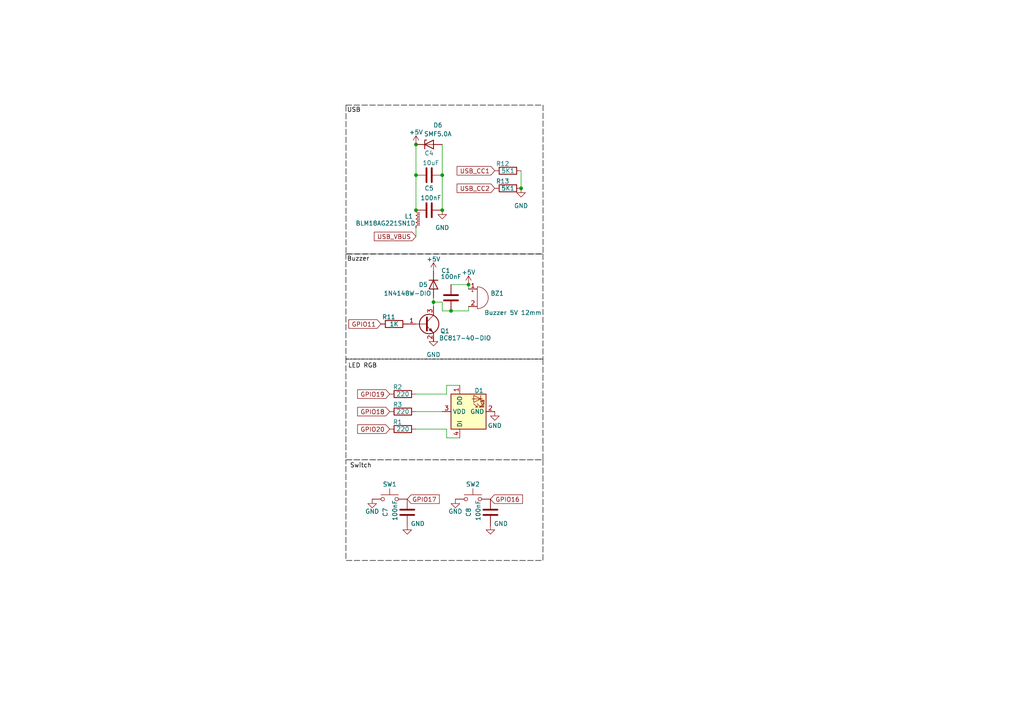
<source format=kicad_sch>
(kicad_sch (version 20250114) (generator "eeschema") (generator_version "9.0")
  (paper "A4")
  (title_block (title "Raspberry Pi Pico Logger - Peripherals") (date "2025-06-21") (rev "2.0") (company "Creator: Piotr Kłyś"))
  (lib_symbols
    (symbol "Device:Buzzer" (pin_names (offset 0.0254) (hide yes))
      (property "Reference" "BZ" (at 3.81 1.27 0))
      (property "Value" "Buzzer" (at 3.81 -1.27 0))
      (symbol "Buzzer_0_1"
        (polyline (pts (xy -1.651 1.905) (xy -1.143 1.905)))
        (polyline (pts (xy -1.397 2.159) (xy -1.397 1.651)))
        (arc (start 0 3.175) (mid 3.1612 0) (end 0 -3.175))
        (polyline (pts (xy 0 3.175) (xy 0 -3.175)))
      )
      (symbol "Buzzer_1_1"
        (pin passive line (at -2.54 2.54 0) (length 2.54) (name "+") (number "1"))
        (pin passive line (at -2.54 -2.54 0) (length 2.54) (name "-") (number "2"))
      )
    )
    (symbol "Device:C" (pin_numbers (hide yes)) (pin_names (offset 0.254))
      (property "Reference" "C" (at 0.635 2.54 0))
      (property "Value" "C" (at 0.635 -2.54 0))
      (symbol "C_0_1"
        (polyline (pts (xy -2.032 0.762) (xy 2.032 0.762)) (stroke (width 0.508)))
        (polyline (pts (xy -2.032 -0.762) (xy 2.032 -0.762)) (stroke (width 0.508)))
      )
      (symbol "C_1_1"
        (pin passive line (at 0 3.81 270) (length 2.794) (name "~") (number "1"))
        (pin passive line (at 0 -3.81 90) (length 2.794) (name "~") (number "2"))
      )
    )
    (symbol "Device:L_Ferrite_Small" (pin_numbers (hide yes)) (pin_names (offset 0.254) (hide yes))
      (property "Reference" "L" (at 1.27 1.016 0))
      (property "Value" "L_Ferrite_Small" (at 1.27 -1.27 0))
      (symbol "L_Ferrite_Small_0_1"
        (arc (start 0 2.032) (mid 0.5058 1.524) (end 0 1.016))
        (arc (start 0 1.016) (mid 0.5058 0.508) (end 0 0))
        (arc (start 0 0) (mid 0.5058 -0.508) (end 0 -1.016))
        (arc (start 0 -1.016) (mid 0.5058 -1.524) (end 0 -2.032))
        (polyline (pts (xy 0.762 1.651) (xy 0.762 1.905)))
        (polyline (pts (xy 0.762 1.143) (xy 0.762 1.397)))
        (polyline (pts (xy 0.762 0.635) (xy 0.762 0.889)))
        (polyline (pts (xy 0.762 0.127) (xy 0.762 0.381)))
        (polyline (pts (xy 0.762 -0.381) (xy 0.762 -0.127)))
        (polyline (pts (xy 0.762 -0.889) (xy 0.762 -0.635)))
        (polyline (pts (xy 0.762 -1.397) (xy 0.762 -1.143)))
        (polyline (pts (xy 0.762 -1.905) (xy 0.762 -1.651)))
        (polyline (pts (xy 1.016 1.905) (xy 1.016 1.651)))
        (polyline (pts (xy 1.016 1.397) (xy 1.016 1.143)))
        (polyline (pts (xy 1.016 0.889) (xy 1.016 0.635)))
        (polyline (pts (xy 1.016 0.381) (xy 1.016 0.127)))
        (polyline (pts (xy 1.016 -0.127) (xy 1.016 -0.381)))
        (polyline (pts (xy 1.016 -0.635) (xy 1.016 -0.889)))
        (polyline (pts (xy 1.016 -1.143) (xy 1.016 -1.397)))
        (polyline (pts (xy 1.016 -1.651) (xy 1.016 -1.905)))
      )
      (symbol "L_Ferrite_Small_1_1"
        (pin passive line (at 0 2.54 270) (length 0.508) (name "~") (number "1"))
        (pin passive line (at 0 -2.54 90) (length 0.508) (name "~") (number "2"))
      )
    )
    (symbol "Device:R" (pin_numbers (hide yes)) (pin_names (offset 0))
      (property "Reference" "R" (at 2.032 0 90))
      (property "Value" "R" (at 0 0 90))
      (symbol "R_0_1"
        (rectangle (start -1.016 -2.54) (end 1.016 2.54) (stroke (width 0.254)))
      )
      (symbol "R_1_1"
        (pin passive line (at 0 3.81 270) (length 1.27) (name "~") (number "1"))
        (pin passive line (at 0 -3.81 90) (length 1.27) (name "~") (number "2"))
      )
    )
    (symbol "Diode:1N4148W" (pin_numbers (hide yes)) (pin_names (hide yes))
      (property "Reference" "D" (at 0 2.54 0))
      (property "Value" "1N4148W" (at 0 -2.54 0))
      (symbol "1N4148W_0_1"
        (polyline (pts (xy -1.27 1.27) (xy -1.27 -1.27)) (stroke (width 0.254)))
        (polyline (pts (xy 1.27 1.27) (xy 1.27 -1.27) (xy -1.27 0) (xy 1.27 1.27)) (stroke (width 0.254)))
        (polyline (pts (xy 1.27 0) (xy -1.27 0)))
      )
      (symbol "1N4148W_1_1"
        (pin passive line (at -3.81 0 0) (length 2.54) (name "K") (number "1"))
        (pin passive line (at 3.81 0 180) (length 2.54) (name "A") (number "2"))
      )
    )
    (symbol "Diode:BZT52Bxx" (pin_numbers (hide yes)) (pin_names (hide yes))
      (property "Reference" "D" (at 0 2.54 0))
      (property "Value" "BZT52Bxx" (at 0 -2.54 0))
      (symbol "BZT52Bxx_0_1"
        (polyline (pts (xy -1.27 -1.27) (xy -1.27 1.27) (xy -0.762 1.27)) (stroke (width 0.254)))
        (polyline (pts (xy 1.27 0) (xy -1.27 0)))
        (polyline (pts (xy 1.27 -1.27) (xy 1.27 1.27) (xy -1.27 0) (xy 1.27 -1.27)) (stroke (width 0.254)))
      )
      (symbol "BZT52Bxx_1_1"
        (pin passive line (at -3.81 0 0) (length 2.54) (name "K") (number "1"))
        (pin passive line (at 3.81 0 180) (length 2.54) (name "A") (number "2"))
      )
    )
    (symbol "LED:APA-106-F5"
      (property "Reference" "D" (at 5.08 5.715 0))
      (property "Value" "APA-106-F5" (at 1.27 -5.715 0))
      (symbol "APA-106-F5_0_0"
        (text "RGB" (at 2.286 -4.191 0) (effects (font (size 0.762 0.762))))
      )
      (symbol "APA-106-F5_0_1"
        (polyline (pts (xy 1.27 -2.54) (xy 1.778 -2.54)))
        (polyline (pts (xy 1.27 -3.556) (xy 1.778 -3.556)))
        (polyline (pts (xy 2.286 -1.524) (xy 1.27 -2.54) (xy 1.27 -2.032)))
        (polyline (pts (xy 2.286 -2.54) (xy 1.27 -3.556) (xy 1.27 -3.048)))
        (polyline (pts (xy 3.683 -1.016) (xy 3.683 -3.556) (xy 3.683 -4.064)))
        (polyline (pts (xy 4.699 -1.524) (xy 2.667 -1.524) (xy 3.683 -3.556) (xy 4.699 -1.524)))
        (polyline (pts (xy 4.699 -3.556) (xy 2.667 -3.556)))
        (rectangle (start 5.08 5.08) (end -5.08 -5.08) (stroke (width 0.254)) (fill (type background)))
      )
      (symbol "APA-106-F5_1_1"
        (pin input line (at -7.62 2.54 0) (length 2.54) (name "DI") (number "4"))
        (pin power_in line (at 0 7.62 270) (length 2.54) (name "VDD") (number "3"))
        (pin power_in line (at 0 -7.62 90) (length 2.54) (name "GND") (number "2"))
        (pin output line (at 7.62 2.54 180) (length 2.54) (name "DO") (number "1"))
      )
    )
    (symbol "Switch:SW_Push" (pin_numbers (hide yes)) (pin_names (offset 1.016) (hide yes))
      (property "Reference" "SW" (at 1.27 2.54 0))
      (property "Value" "SW_Push" (at 0 -1.524 0))
      (symbol "SW_Push_0_1"
        (circle (center -2.032 0) (radius 0.508))
        (polyline (pts (xy 0 1.27) (xy 0 3.048)))
        (circle (center 2.032 0) (radius 0.508))
        (polyline (pts (xy 2.54 1.27) (xy -2.54 1.27)))
        (pin passive line (at -5.08 0 0) (length 2.54) (name "1") (number "1"))
        (pin passive line (at 5.08 0 180) (length 2.54) (name "2") (number "2"))
      )
    )
    (symbol "Transistor_BJT:BC817" (pin_names (offset 0) (hide yes))
      (property "Reference" "Q" (at 5.08 1.905 0))
      (property "Value" "BC817" (at 5.08 0 0))
      (symbol "BC817_0_1"
        (polyline (pts (xy -2.54 0) (xy 0.635 0)))
        (polyline (pts (xy 0.635 1.905) (xy 0.635 -1.905)) (stroke (width 0.508)))
        (circle (center 1.27 0) (radius 2.8194) (stroke (width 0.254)))
      )
      (symbol "BC817_1_1"
        (polyline (pts (xy 0.635 0.635) (xy 2.54 2.54)))
        (polyline (pts (xy 0.635 -0.635) (xy 2.54 -2.54)))
        (polyline (pts (xy 1.27 -1.778) (xy 1.778 -1.27) (xy 2.286 -2.286) (xy 1.27 -1.778)) (fill (type outline)))
        (pin input line (at -5.08 0 0) (length 2.54) (name "B") (number "1"))
        (pin passive line (at 2.54 5.08 270) (length 2.54) (name "C") (number "3"))
        (pin passive line (at 2.54 -5.08 90) (length 2.54) (name "E") (number "2"))
      )
    )
    (symbol "power:+5V" (power) (pin_numbers (hide yes)) (pin_names (offset 0) (hide yes))
      (property "Value" "+5V" (at 0 3.556 0))
      (symbol "+5V_0_1"
        (polyline (pts (xy -0.762 1.27) (xy 0 2.54)))
        (polyline (pts (xy 0 2.54) (xy 0.762 1.27)))
        (polyline (pts (xy 0 0) (xy 0 2.54)))
      )
      (symbol "+5V_1_1"
        (pin power_in line (at 0 0 90) (length 0) (name "~") (number "1"))
      )
    )
    (symbol "power:GND" (power) (pin_numbers (hide yes)) (pin_names (offset 0) (hide yes))
      (property "Value" "GND" (at 0 -3.81 0))
      (symbol "GND_0_1"
        (polyline (pts (xy 0 0) (xy 0 -1.27) (xy 1.27 -1.27) (xy 0 -2.54) (xy -1.27 -1.27) (xy 0 -1.27)))
      )
      (symbol "GND_1_1"
        (pin power_in line (at 0 0 270) (length 0) (name "~") (number "1"))
      )
    )
  )
  (rectangle (start 100.33 133.35) (end 157.48 162.56) (stroke (width 0) (type dash) (color 0 0 0 1)))
  (rectangle (start 100.33 73.66) (end 157.48 104.14) (stroke (width 0) (type dash) (color 0 0 0 1)))
  (rectangle (start 100.3536 30.4799) (end 157.5036 73.6605) (stroke (width 0) (type dash) (color 0 0 0 1)))
  (rectangle (start 100.33 104.14) (end 157.48 133.35) (stroke (width 0) (type dash) (color 0 0 0 1)))
  (text "USB" (at 102.616 32.004 0) (effects (font (size 1.27 1.27))))
  (text "Switch" (at 104.648 135.128 0) (effects (font (size 1.27 1.27))))
  (text "Buzzer" (at 103.886 75.184 0) (effects (font (size 1.27 1.27))))
  (text "LED RGB" (at 105.156 106.172 0) (effects (font (size 1.27 1.27))))
  (junction (at 120.65 50.8))
  (junction (at 120.65 41.91))
  (junction (at 135.89 82.55))
  (junction (at 125.73 87.63))
  (junction (at 130.81 90.17))
  (junction (at 151.13 54.61))
  (junction (at 128.27 60.96))
  (junction (at 120.65 60.96))
  (junction (at 128.27 50.8))
  (wire (pts (xy 130.81 90.17) (xy 135.89 90.17)))
  (wire (pts (xy 128.27 87.63) (xy 125.73 87.63)))
  (wire (pts (xy 125.73 99.06) (xy 125.73 97.79)))
  (wire (pts (xy 128.27 90.17) (xy 128.27 87.63)))
  (wire (pts (xy 135.89 82.55) (xy 135.89 83.82)))
  (wire (pts (xy 125.73 88.9) (xy 125.73 87.63)))
  (wire (pts (xy 151.13 49.53) (xy 151.13 54.61)))
  (wire (pts (xy 120.65 124.46) (xy 129.54 124.46)))
  (wire (pts (xy 129.54 127) (xy 133.35 127)))
  (wire (pts (xy 135.89 90.17) (xy 135.89 88.9)))
  (wire (pts (xy 128.27 50.8) (xy 128.27 60.96)))
  (wire (pts (xy 120.65 50.8) (xy 120.65 60.96)))
  (wire (pts (xy 120.65 119.38) (xy 128.27 119.38)))
  (wire (pts (xy 135.89 82.55) (xy 130.81 82.55)))
  (wire (pts (xy 120.65 66.04) (xy 120.65 68.58)))
  (wire (pts (xy 120.65 41.91) (xy 120.65 50.8)))
  (wire (pts (xy 130.81 90.17) (xy 128.27 90.17)))
  (wire (pts (xy 129.54 111.76) (xy 133.35 111.76)))
  (wire (pts (xy 125.73 86.36) (xy 125.73 87.63)))
  (wire (pts (xy 120.65 114.3) (xy 129.54 114.3)))
  (wire (pts (xy 129.54 114.3) (xy 129.54 111.76)))
  (wire (pts (xy 128.27 41.91) (xy 128.27 50.8)))
  (wire (pts (xy 129.54 124.46) (xy 129.54 127)))
  (global_label "USB_CC1" (shape input) (at 143.51 49.53 180) (property "Intersheetrefs" "${INTERSHEET_REFS}" (effects (hide yes))))
  (global_label "USB_CC2" (shape input) (at 143.51 54.61 180) (property "Intersheetrefs" "${INTERSHEET_REFS}" (effects (hide yes))))
  (global_label "GPIO11" (shape input) (at 110.49 93.98 180) (property "Intersheetrefs" "${INTERSHEET_REFS}" (effects (hide yes))))
  (global_label "GPIO17" (shape input) (at 118.11 144.78 0) (property "Intersheetrefs" "${INTERSHEET_REFS}" (effects (hide yes))))
  (global_label "GPIO16" (shape input) (at 142.24 144.78 0) (property "Intersheetrefs" "${INTERSHEET_REFS}" (effects (hide yes))))
  (global_label "USB_VBUS" (shape input) (at 120.65 68.58 180) (property "Intersheetrefs" "${INTERSHEET_REFS}" (effects (hide yes))))
  (global_label "GPIO18" (shape input) (at 113.03 119.38 180) (property "Intersheetrefs" "${INTERSHEET_REFS}" (effects (hide yes))))
  (global_label "GPIO19" (shape input) (at 113.03 114.3 180) (property "Intersheetrefs" "${INTERSHEET_REFS}" (effects (hide yes))))
  (global_label "GPIO20" (shape input) (at 113.03 124.46 180) (property "Intersheetrefs" "${INTERSHEET_REFS}" (effects (hide yes))))
  (symbol (lib_id "Device:C") (at 124.46 60.96 270) (unit 1)
    (property "Reference" "C5" (at 124.46 54.61 90))
    (property "Value" "100nF" (at 124.968 57.404 90))
    (property "Footprint" "Capacitor_SMD:C_0805_2012Metric" (effects (hide yes)))
    (property "Description" "Unpolarized capacitor" (effects (hide yes)))
  )
  (symbol (lib_id "power:GND") (at 132.08 144.78 0) (unit 1)
    (property "Reference" "#PWR021" (effects (hide yes)))
    (property "Value" "GND" (at 132.08 148.336 0))
    (property "Description" "Power symbol creates a global label with name \"GND\" , ground" (effects (hide yes)))
  )
  (symbol (lib_id "Device:R") (at 116.84 114.3 270) (unit 1)
    (property "Reference" "R2" (at 115.316 112.268 90))
    (property "Value" "220" (at 116.84 114.3 90))
    (property "Footprint" "Resistor_SMD:R_0805_2012Metric" (effects (hide yes)))
    (property "Description" "Resistor" (effects (hide yes)))
  )
  (symbol (lib_id "Device:R") (at 147.32 54.61 270) (unit 1)
    (property "Reference" "R13" (at 145.796 52.578 90))
    (property "Value" "5K1" (at 147.32 54.61 90))
    (property "Footprint" "Resistor_SMD:R_0805_2012Metric" (effects (hide yes)))
    (property "Description" "Resistor" (effects (hide yes)))
  )
  (symbol (lib_id "Device:C") (at 142.24 148.59 0) (unit 1)
    (property "Reference" "C8" (at 135.89 148.59 90))
    (property "Value" "100nF" (at 138.684 148.082 90))
    (property "Footprint" "Capacitor_SMD:C_0805_2012Metric" (effects (hide yes)))
    (property "Description" "Unpolarized capacitor" (effects (hide yes)))
  )
  (symbol (lib_id "power:GND") (at 125.73 97.79 0) (unit 1)
    (property "Reference" "#PWR039" (effects (hide yes)))
    (property "Value" "GND" (at 125.73 102.87 0))
    (property "Description" "Power symbol creates a global label with name \"GND\" , ground" (effects (hide yes)))
  )
  (symbol (lib_id "power:GND") (at 128.27 60.96 0) (unit 1)
    (property "Reference" "#PWR073" (effects (hide yes)))
    (property "Value" "GND" (at 128.27 66.04 0))
    (property "Description" "Power symbol creates a global label with name \"GND\" , ground" (effects (hide yes)))
  )
  (symbol (lib_id "power:+5V") (at 120.65 41.91 0) (unit 1)
    (property "Reference" "#PWR075" (effects (hide yes)))
    (property "Value" "+5V" (at 118.618 38.354 0) (effects (justify left)))
    (property "Description" "Power symbol creates a global label with name \"+5V\"" (effects (hide yes)))
  )
  (symbol (lib_id "Diode:1N4148W") (at 125.73 82.55 270) (unit 1)
    (property "Reference" "D5" (at 121.412 82.55 90) (effects (justify left)))
    (property "Value" "1N4148W-DIO" (at 111.252 85.09 90) (effects (justify left)))
    (property "Footprint" "Diode_SMD:D_SOD-123F" (effects (hide yes)))
    (property "Datasheet" "https://www.vishay.com/docs/85748/1n4148w.pdf" (effects (hide yes)))
    (property "Description" "75V 0.15A Fast Switching Diode, SOD-123" (effects (hide yes)))
    (property "Sim.Device" "D" (effects (hide yes)))
    (property "Sim.Pins" "1=K 2=A" (effects (hide yes)))
  )
  (symbol (lib_id "Device:R") (at 116.84 119.38 270) (unit 1)
    (property "Reference" "R3" (at 115.316 117.348 90))
    (property "Value" "220" (at 116.84 119.38 90))
    (property "Footprint" "Resistor_SMD:R_0805_2012Metric" (effects (hide yes)))
    (property "Description" "Resistor" (effects (hide yes)))
  )
  (symbol (lib_id "Device:R") (at 147.32 49.53 270) (unit 1)
    (property "Reference" "R12" (at 145.796 47.498 90))
    (property "Value" "5K1" (at 147.32 49.53 90))
    (property "Footprint" "Resistor_SMD:R_0805_2012Metric" (effects (hide yes)))
    (property "Description" "Resistor" (effects (hide yes)))
  )
  (symbol (lib_id "Device:C") (at 118.11 148.59 0) (unit 1)
    (property "Reference" "C7" (at 111.76 148.59 90))
    (property "Value" "100nF" (at 114.554 148.082 90))
    (property "Footprint" "Capacitor_SMD:C_0805_2012Metric" (effects (hide yes)))
    (property "Description" "Unpolarized capacitor" (effects (hide yes)))
  )
  (symbol (lib_id "LED:APA-106-F5") (at 135.89 119.38 90) (unit 1)
    (property "Reference" "D1" (at 138.938 113.284 90))
    (property "Value" "OSTBPCS2C2B" (effects (hide yes)))
    (property "Footprint" "LED_SMD:LED_Avago_PLCC4_3.2x2.8mm_CW" (effects (hide yes)))
    (property "Datasheet" "https://cdn.sparkfun.com/datasheets/Components/LED/COM-12877.pdf" (effects (hide yes)))
    (property "Description" "RGB LED with integrated controller, 5mm Package" (effects (hide yes)))
  )
  (symbol (lib_id "power:GND") (at 107.95 144.78 0) (unit 1)
    (property "Reference" "#PWR041" (effects (hide yes)))
    (property "Value" "GND" (at 107.95 148.336 0))
    (property "Description" "Power symbol creates a global label with name \"GND\" , ground" (effects (hide yes)))
  )
  (symbol (lib_id "Transistor_BJT:BC817") (at 123.19 93.98 0) (unit 1)
    (property "Reference" "Q1" (at 129.032 96.012 0))
    (property "Value" "BC817-40-DIO" (at 134.874 98.044 0))
    (property "Footprint" "Package_TO_SOT_SMD:SOT-23" (effects (hide yes)))
    (property "Datasheet" "https://www.onsemi.com/pub/Collateral/BC818-D.pdf" (effects (hide yes)))
    (property "Description" "0.8A Ic, 45V Vce, NPN Transistor, SOT-23" (effects (hide yes)))
  )
  (symbol (lib_id "power:+5V") (at 135.89 82.55 0) (unit 1)
    (property "Reference" "#PWR034" (effects (hide yes)))
    (property "Value" "+5V" (at 135.89 78.994 0))
    (property "Description" "Power symbol creates a global label with name \"+5V\"" (effects (hide yes)))
  )
  (symbol (lib_id "Device:L_Ferrite_Small") (at 120.65 63.5 0) (unit 1)
    (property "Reference" "L1" (at 117.348 62.738 0) (effects (justify left)))
    (property "Value" "BLM18AG221SN1D" (at 103.124 64.77 0) (effects (justify left)))
    (property "Footprint" "Inductor_SMD:L_0603_1608Metric" (effects (hide yes)))
    (property "Description" "Inductor with ferrite core, small symbol" (effects (hide yes)))
  )
  (symbol (lib_id "power:GND") (at 142.24 152.4 0) (unit 1)
    (property "Reference" "#PWR042" (effects (hide yes)))
    (property "Value" "GND" (at 145.288 151.892 0))
    (property "Description" "Power symbol creates a global label with name \"GND\" , ground" (effects (hide yes)))
  )
  (symbol (lib_id "Device:R") (at 114.3 93.98 270) (unit 1)
    (property "Reference" "R11" (at 112.776 91.948 90))
    (property "Value" "1K" (at 114.3 93.98 90))
    (property "Footprint" "Resistor_SMD:R_0805_2012Metric" (effects (hide yes)))
    (property "Description" "Resistor" (effects (hide yes)))
  )
  (symbol (lib_id "Diode:BZT52Bxx") (at 124.46 41.91 0) (unit 1)
    (property "Reference" "D6" (at 127 36.322 0))
    (property "Value" "SMF5.0A" (at 127 38.862 0))
    (property "Footprint" "Diode_SMD:D_SOD-123F" (effects (hide yes)))
    (property "Datasheet" "https://diotec.com/tl_files/diotec/files/pdf/datasheets/bzt52b2v4.pdf" (effects (hide yes)))
    (property "Description" "500mW Zener Diode, SOD-123F" (effects (hide yes)))
  )
  (symbol (lib_id "Switch:SW_Push") (at 137.16 144.78 0) (unit 1)
    (property "Reference" "SW2" (at 137.16 140.462 0))
    (property "Value" "Tact Switch 6x6mm / 13mm" (effects (hide yes)))
    (property "Footprint" "Button_Switch_THT:SW_PUSH_6mm" (effects (hide yes)))
    (property "Description" "Push button switch, generic, two pins" (effects (hide yes)))
  )
  (symbol (lib_id "power:GND") (at 118.11 152.4 0) (unit 1)
    (property "Reference" "#PWR040" (effects (hide yes)))
    (property "Value" "GND" (at 121.158 151.892 0))
    (property "Description" "Power symbol creates a global label with name \"GND\" , ground" (effects (hide yes)))
  )
  (symbol (lib_id "Device:R") (at 116.84 124.46 270) (unit 1)
    (property "Reference" "R1" (at 115.316 122.428 90))
    (property "Value" "220" (at 116.84 124.46 90))
    (property "Footprint" "Resistor_SMD:R_0805_2012Metric" (effects (hide yes)))
    (property "Description" "Resistor" (effects (hide yes)))
  )
  (symbol (lib_id "Device:Buzzer") (at 138.43 86.36 0) (unit 1)
    (property "Reference" "BZ1" (at 142.24 85.0899 0) (effects (justify left)))
    (property "Value" "Buzzer 5V 12mm" (at 140.462 90.678 0) (effects (justify left)))
    (property "Footprint" "Buzzer_Beeper:Buzzer_12x9.5RM7.6" (effects (hide yes)))
    (property "Description" "Buzzer, polarized" (effects (hide yes)))
  )
  (symbol (lib_id "power:+5V") (at 125.73 78.74 0) (unit 1)
    (property "Reference" "#PWR038" (effects (hide yes)))
    (property "Value" "+5V" (at 125.73 75.184 0))
    (property "Description" "Power symbol creates a global label with name \"+5V\"" (effects (hide yes)))
  )
  (symbol (lib_id "Device:C") (at 124.46 50.8 270) (unit 1)
    (property "Reference" "C4" (at 124.46 44.45 90))
    (property "Value" "10uF" (at 124.968 47.244 90))
    (property "Footprint" "Capacitor_SMD:C_0805_2012Metric" (effects (hide yes)))
    (property "Description" "Unpolarized capacitor" (effects (hide yes)))
  )
  (symbol (lib_id "power:GND") (at 143.51 119.38 0) (unit 1)
    (property "Reference" "#PWR03" (effects (hide yes)))
    (property "Value" "GND" (at 143.51 123.444 0))
    (property "Description" "Power symbol creates a global label with name \"GND\" , ground" (effects (hide yes)))
  )
  (symbol (lib_id "Device:C") (at 130.81 86.36 180) (unit 1)
    (property "Reference" "C1" (at 129.286 78.486 0))
    (property "Value" "100nF" (at 130.81 80.264 0))
    (property "Footprint" "Capacitor_SMD:C_0805_2012Metric" (effects (hide yes)))
    (property "Description" "Unpolarized capacitor" (effects (hide yes)))
  )
  (symbol (lib_id "power:GND") (at 151.13 54.61 0) (unit 1)
    (property "Reference" "#PWR074" (effects (hide yes)))
    (property "Value" "GND" (at 151.13 59.69 0))
    (property "Description" "Power symbol creates a global label with name \"GND\" , ground" (effects (hide yes)))
  )
  (symbol (lib_id "Switch:SW_Push") (at 113.03 144.78 0) (unit 1)
    (property "Reference" "SW1" (at 113.03 140.462 0))
    (property "Value" "Tact Switch 6x6mm / 13mm" (effects (hide yes)))
    (property "Footprint" "Button_Switch_THT:SW_PUSH_6mm" (effects (hide yes)))
    (property "Description" "Push button switch, generic, two pins" (effects (hide yes)))
  )
)
</source>
